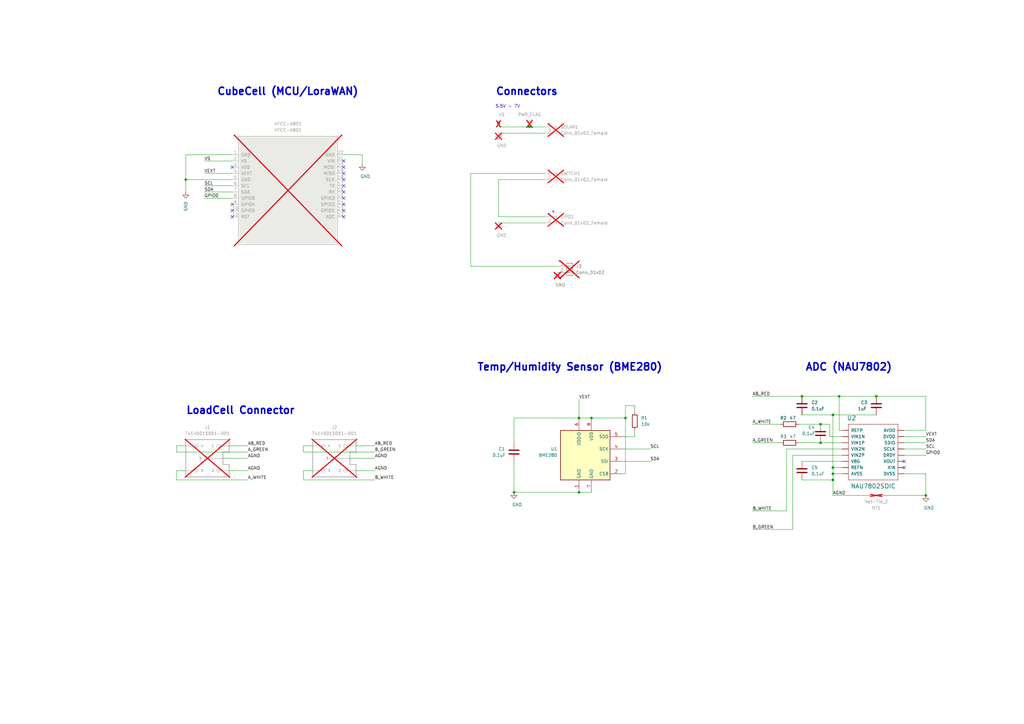
<source format=kicad_sch>
(kicad_sch (version 20231120) (generator "eeschema") (generator_version "8.0")
  (paper "A3")
  (title_block (title "mini-beieli-pcb-cubecell") (date "2024-07-19") (rev "6.1") (company "nbit Informatik GmbH"))
  (lib_symbols
    (symbol "Connector_Generic:Conn_01x02" (pin_names (offset 1.016) hide)
      (property "Reference" "J" (at 0 2.54 0))
      (property "Value" "Conn_01x02" (at 0 -5.08 0))
      (symbol "Conn_01x02_1_1"
        (rectangle (start -1.27 -2.413) (end 0 -2.667) (stroke (width 0.1524)))
        (rectangle (start -1.27 0.127) (end 0 -0.127) (stroke (width 0.1524)))
        (rectangle (start -1.27 1.27) (end 1.27 -3.81) (stroke (width 0.254)) (fill (type background)))
        (pin passive line (at -5.08 0 0) (length 3.81) (name "Pin_1") (number "1"))
        (pin passive line (at -5.08 -2.54 0) (length 3.81) (name "Pin_2") (number "2"))
      )
    )
    (symbol "Device:C" (pin_numbers hide) (pin_names (offset 0.254))
      (property "Reference" "C" (at 0.635 2.54 0))
      (property "Value" "C" (at 0.635 -2.54 0))
      (symbol "C_0_1"
        (polyline (pts (xy -2.032 -0.762) (xy 2.032 -0.762)) (stroke (width 0.508)))
        (polyline (pts (xy -2.032 0.762) (xy 2.032 0.762)) (stroke (width 0.508)))
      )
      (symbol "C_1_1"
        (pin passive line (at 0 3.81 270) (length 2.794) (name "~") (number "1"))
        (pin passive line (at 0 -3.81 90) (length 2.794) (name "~") (number "2"))
      )
    )
    (symbol "Device:R" (pin_numbers hide) (pin_names (offset 0))
      (property "Reference" "R" (at 2.032 0 90))
      (property "Value" "R" (at 0 0 90))
      (symbol "R_0_1"
        (rectangle (start -1.016 -2.54) (end 1.016 2.54) (stroke (width 0.254)))
      )
      (symbol "R_1_1"
        (pin passive line (at 0 3.81 270) (length 1.27) (name "~") (number "1"))
        (pin passive line (at 0 -3.81 90) (length 1.27) (name "~") (number "2"))
      )
    )
    (symbol "Sensor:BME280"
      (property "Reference" "U" (at -8.89 11.43 0))
      (property "Value" "BME280" (at 7.62 11.43 0))
      (symbol "BME280_0_1"
        (rectangle (start -10.16 10.16) (end 10.16 -10.16) (stroke (width 0.254)) (fill (type background)))
      )
      (symbol "BME280_1_1"
        (pin power_in line (at -2.54 -15.24 90) (length 5.08) (name "GND") (number "1"))
        (pin input line (at 15.24 -7.62 180) (length 5.08) (name "CSB") (number "2"))
        (pin bidirectional line (at 15.24 -2.54 180) (length 5.08) (name "SDI") (number "3"))
        (pin input line (at 15.24 2.54 180) (length 5.08) (name "SCK") (number "4"))
        (pin bidirectional line (at 15.24 7.62 180) (length 5.08) (name "SDO") (number "5"))
        (pin power_in line (at -2.54 15.24 270) (length 5.08) (name "VDDIO") (number "6"))
        (pin power_in line (at 2.54 -15.24 90) (length 5.08) (name "GND") (number "7"))
        (pin power_in line (at 2.54 15.24 270) (length 5.08) (name "VDD") (number "8"))
      )
    )
    (symbol "mini-beieli-pcb-cubecell-eagle-import:HTCC-AB01" (pin_names (offset 1.016))
      (property "Reference" "U?" (at 38.1 -2.54 0))
      (property "Value" "HTCC-AB01" (at 19.05 21.59 90))
      (symbol "HTCC-AB01_0_0"
        (pin input line (at -2.54 36.83 0) (length 2.54) (name "GND") (number "1"))
        (pin bidirectional line (at -2.54 13.97 0) (length 2.54) (name "GPIO5") (number "10"))
        (pin input line (at -2.54 11.43 0) (length 2.54) (name "RST") (number "11"))
        (pin input line (at 43.18 11.43 180) (length 2.54) (name "ADC") (number "12"))
        (pin bidirectional line (at 43.18 13.97 180) (length 2.54) (name "GPIO1") (number "13"))
        (pin bidirectional line (at 43.18 16.51 180) (length 2.54) (name "GPIO2") (number "14"))
        (pin bidirectional line (at 43.18 19.05 180) (length 2.54) (name "GPIO3") (number "15"))
        (pin input line (at 43.18 21.59 180) (length 2.54) (name "RX") (number "16"))
        (pin output line (at 43.18 24.13 180) (length 2.54) (name "TX") (number "17"))
        (pin bidirectional line (at 43.18 26.67 180) (length 2.54) (name "SCK") (number "18"))
        (pin bidirectional line (at 43.18 29.21 180) (length 2.54) (name "MISO") (number "19"))
        (pin input line (at -2.54 34.29 0) (length 2.54) (name "VS") (number "2"))
        (pin bidirectional line (at 43.18 31.75 180) (length 2.54) (name "MOSI") (number "20"))
        (pin input line (at 43.18 34.29 180) (length 2.54) (name "VIN") (number "21"))
        (pin input line (at 43.18 36.83 180) (length 2.54) (name "GND") (number "22"))
        (pin input line (at -2.54 31.75 0) (length 2.54) (name "VDD") (number "3"))
        (pin output line (at -2.54 29.21 0) (length 2.54) (name "VEXT") (number "4"))
        (pin output line (at -2.54 26.67 0) (length 2.54) (name "GND") (number "5"))
        (pin input line (at -2.54 24.13 0) (length 2.54) (name "SCL") (number "6"))
        (pin output line (at -2.54 21.59 0) (length 2.54) (name "SDA") (number "7"))
        (pin bidirectional line (at -2.54 19.05 0) (length 2.54) (name "GPIO0") (number "8"))
        (pin bidirectional line (at -2.54 16.51 0) (length 2.54) (name "GPIO4") (number "9"))
      )
      (symbol "HTCC-AB01_0_1"
        (rectangle (start 0 0) (end 40.64 44.45) (fill (type background)))
      )
    )
    (symbol "mini-beieli-pcb-cubecell-rescue:Conn_01x02_Female-Connector" (pin_names (offset 1.016) hide)
      (property "Reference" "J" (at 0 2.54 0))
      (property "Value" "Connector_Conn_01x02_Female" (at 0 -5.08 0))
      (symbol "Conn_01x02_Female-Connector_1_1"
        (arc (start 0 -2.032) (mid -0.508 -2.54) (end 0 -3.048) (stroke (width 0.1524)))
        (polyline (pts (xy -1.27 -2.54) (xy -0.508 -2.54)) (stroke (width 0.1524)))
        (polyline (pts (xy -1.27 0) (xy -0.508 0)) (stroke (width 0.1524)))
        (arc (start 0 0.508) (mid -0.508 0) (end 0 -0.508) (stroke (width 0.1524)))
        (pin passive line (at -5.08 0 0) (length 3.81) (name "Pin_1") (number "1"))
        (pin passive line (at -5.08 -2.54 0) (length 3.81) (name "Pin_2") (number "2"))
      )
    )
    (symbol "mini-beieli-pcb-cubecell-rescue:GND-power" (power) (pin_names (offset 0))
      (property "Value" "power_GND" (at 0 -3.81 0))
      (symbol "GND-power_0_1"
        (polyline (pts (xy 0 0) (xy 0 -1.27) (xy 1.27 -1.27) (xy 0 -2.54) (xy -1.27 -1.27) (xy 0 -1.27)))
      )
      (symbol "GND-power_1_1"
        (pin power_in line (at 0 0 270) (length 0) hide (name "GND") (number "1"))
      )
    )
    (symbol "mini-beieli-pcb-cubecell-rescue:NAU7802SOIC-Qwiic_Scale-eagle-import" (pin_names (offset 1.016))
      (property "Reference" "U" (at -10.16 10.922 0))
      (property "Value" "NAU7802SOIC-Qwiic_Scale-eagle-import" (at -10.16 -15.24 0))
      (symbol "NAU7802SOIC-Qwiic_Scale-eagle-import_1_0"
        (polyline (pts (xy -10.16 -12.7) (xy -10.16 10.16)))
        (polyline (pts (xy -10.16 10.16) (xy 10.16 10.16)))
        (polyline (pts (xy 10.16 -12.7) (xy -10.16 -12.7)))
        (polyline (pts (xy 10.16 10.16) (xy 10.16 -12.7)))
        (pin bidirectional line (at -12.7 7.62 0) (length 2.54) (name "REFP") (number "1"))
        (pin bidirectional line (at 12.7 -7.62 180) (length 2.54) (name "XIN") (number "10"))
        (pin bidirectional line (at 12.7 -5.08 180) (length 2.54) (name "XOUT") (number "11"))
        (pin bidirectional line (at 12.7 -2.54 180) (length 2.54) (name "DRDY") (number "12"))
        (pin bidirectional line (at 12.7 0 180) (length 2.54) (name "SCLK") (number "13"))
        (pin bidirectional line (at 12.7 2.54 180) (length 2.54) (name "SDIO") (number "14"))
        (pin bidirectional line (at 12.7 5.08 180) (length 2.54) (name "DVDD") (number "15"))
        (pin bidirectional line (at 12.7 7.62 180) (length 2.54) (name "AVDD") (number "16"))
        (pin bidirectional line (at -12.7 5.08 0) (length 2.54) (name "VIN1N") (number "2"))
        (pin bidirectional line (at -12.7 2.54 0) (length 2.54) (name "VIN1P") (number "3"))
        (pin bidirectional line (at -12.7 0 0) (length 2.54) (name "VIN2N") (number "4"))
        (pin bidirectional line (at -12.7 -2.54 0) (length 2.54) (name "VIN2P") (number "5"))
        (pin bidirectional line (at -12.7 -5.08 0) (length 2.54) (name "VBG") (number "6"))
        (pin bidirectional line (at -12.7 -7.62 0) (length 2.54) (name "REFN") (number "7"))
        (pin bidirectional line (at -12.7 -10.16 0) (length 2.54) (name "AVSS") (number "8"))
        (pin bidirectional line (at 12.7 -10.16 180) (length 2.54) (name "DVSS") (number "9"))
      )
    )
    (symbol "mini-beieli-pcb-cubecell-rescue:Net-Tie_2-Device" (pin_numbers hide) (pin_names (offset 0) hide)
      (property "Reference" "NT" (at 0 1.27 0))
      (property "Value" "Device_Net-Tie_2" (at 0 -1.27 0))
      (symbol "Net-Tie_2-Device_0_1"
        (polyline (pts (xy -1.27 0) (xy 1.27 0)) (stroke (width 0.254)))
      )
      (symbol "Net-Tie_2-Device_1_1"
        (pin passive line (at -2.54 0 0) (length 2.54) (name "1") (number "1"))
        (pin passive line (at 2.54 0 180) (length 2.54) (name "2") (number "2"))
      )
    )
    (symbol "mini-beieli-pcb-cubecell-rescue:PWR_FLAG-power" (power) (pin_numbers hide) (pin_names (offset 0) hide)
      (property "Value" "power_PWR_FLAG" (at 0 3.81 0))
      (symbol "PWR_FLAG-power_0_0"
        (pin power_out line (at 0 0 90) (length 0) (name "pwr") (number "1"))
      )
      (symbol "PWR_FLAG-power_0_1"
        (polyline (pts (xy 0 0) (xy 0 1.27) (xy -1.016 1.905) (xy 0 2.54) (xy 1.016 1.905) (xy 0 1.27)))
      )
    )
    (symbol "mini-beieli-pcb-cubecell-rescue:T4145015051-001-T4145015051-001" (pin_numbers hide) (pin_names (offset 1.016))
      (property "Reference" "J" (at -7.62 12.7 0))
      (property "Value" "T4145015051-001_T4145015051-001" (at -7.62 -12.7 0))
      (symbol "T4145015051-001-T4145015051-001_0_0"
        (polyline (pts (xy -7.62 -7.62) (xy 7.62 -7.62)) (stroke (width 0.254)))
        (polyline (pts (xy -7.62 10.16) (xy -7.62 -7.62)) (stroke (width 0.254)))
        (polyline (pts (xy -7.62 10.16) (xy -2.54 10.16)) (stroke (width 0.254)))
        (polyline (pts (xy -2.54 7.62) (xy 2.54 7.62)) (stroke (width 0.254)))
        (polyline (pts (xy -2.54 10.16) (xy -2.54 7.62)) (stroke (width 0.254)))
        (polyline (pts (xy 2.54 7.62) (xy 2.54 10.16)) (stroke (width 0.254)))
        (polyline (pts (xy 2.54 10.16) (xy 7.62 10.16)) (stroke (width 0.254)))
        (polyline (pts (xy 7.62 -7.62) (xy 7.62 10.16)) (stroke (width 0.254)))
        (pin bidirectional inverted (at -5.08 10.16 270) (length 5.08) (name "1") (number "P$1"))
        (pin bidirectional inverted (at 5.08 10.16 270) (length 5.08) (name "2") (number "P$2"))
        (pin bidirectional inverted (at 5.08 -7.62 90) (length 5.08) (name "3") (number "P$3"))
        (pin bidirectional inverted (at -5.08 -7.62 90) (length 5.08) (name "4") (number "P$4"))
        (pin bidirectional inverted (at 0 7.62 270) (length 7.62) (name "5") (number "P$5"))
      )
    )
    (symbol "mini-beieli-pcb-cubecell-rescue:VS-power" (power) (pin_names (offset 0))
      (property "Value" "power_VS" (at 0 3.81 0))
      (symbol "VS-power_0_1"
        (polyline (pts (xy 0 0) (xy 0 2.54)))
        (polyline (pts (xy 0.762 1.27) (xy -0.762 1.27) (xy 0 2.54) (xy 0.762 1.27)) (fill (type outline)))
      )
      (symbol "VS-power_1_1"
        (pin power_in line (at 0 0 90) (length 0) hide (name "VS") (number "1"))
      )
    )
  )
  (junction (at 328.93 162.56))
  (junction (at 341.63 194.31))
  (junction (at 341.63 196.85))
  (junction (at 76.2 73.66))
  (junction (at 256.54 171.45))
  (junction (at 344.17 162.56))
  (junction (at 341.63 170.18))
  (junction (at 242.57 171.45))
  (junction (at 336.55 173.99))
  (junction (at 237.49 171.45))
  (junction (at 237.49 201.93))
  (junction (at 359.41 162.56))
  (junction (at 379.73 203.2))
  (junction (at 341.63 191.77))
  (junction (at 217.17 52.07))
  (junction (at 336.55 181.61))
  (junction (at 210.82 201.93))
  (no_connect (at 95.25 88.9))
  (no_connect (at 140.97 88.9))
  (no_connect (at 140.97 83.82))
  (no_connect (at 95.25 86.36))
  (no_connect (at 140.97 86.36))
  (no_connect (at 140.97 81.28))
  (no_connect (at 140.97 78.74))
  (no_connect (at 140.97 73.66))
  (no_connect (at 95.25 83.82))
  (no_connect (at 140.97 66.04))
  (no_connect (at 140.97 76.2))
  (no_connect (at 95.25 68.58))
  (no_connect (at 140.97 68.58))
  (no_connect (at 370.84 189.23))
  (no_connect (at 370.84 191.77))
  (no_connect (at 140.97 71.12))
  (wire (pts (xy 204.47 91.44) (xy 223.52 91.44)))
  (wire (pts (xy 327.66 181.61) (xy 336.55 181.61)))
  (wire (pts (xy 193.04 71.12) (xy 223.52 71.12)))
  (wire (pts (xy 210.82 171.45) (xy 237.49 171.45)))
  (wire (pts (xy 370.84 179.07) (xy 379.73 179.07)))
  (wire (pts (xy 341.63 196.85) (xy 341.63 194.31)))
  (wire (pts (xy 210.82 181.61) (xy 210.82 171.45)))
  (wire (pts (xy 370.84 176.53) (xy 379.73 176.53)))
  (wire (pts (xy 370.84 194.31) (xy 379.73 194.31)))
  (wire (pts (xy 361.95 203.2) (xy 379.73 203.2)))
  (wire (pts (xy 379.73 194.31) (xy 379.73 203.2)))
  (wire (pts (xy 204.47 88.9) (xy 223.52 88.9)))
  (wire (pts (xy 345.44 176.53) (xy 344.17 176.53)))
  (wire (pts (xy 204.47 54.61) (xy 223.52 54.61)))
  (wire (pts (xy 242.57 171.45) (xy 256.54 171.45)))
  (wire (pts (xy 328.93 170.18) (xy 341.63 170.18)))
  (wire (pts (xy 148.59 63.5) (xy 148.59 67.31)))
  (wire (pts (xy 72.39 185.42) (xy 72.39 182.88)))
  (wire (pts (xy 204.47 52.07) (xy 217.17 52.07)))
  (wire (pts (xy 328.93 162.56) (xy 344.17 162.56)))
  (wire (pts (xy 341.63 191.77) (xy 341.63 194.31)))
  (wire (pts (xy 124.46 193.04) (xy 128.27 193.04)))
  (wire (pts (xy 153.67 196.85) (xy 124.46 196.85)))
  (wire (pts (xy 76.2 73.66) (xy 76.2 78.74)))
  (wire (pts (xy 379.73 176.53) (xy 379.73 162.56)))
  (wire (pts (xy 210.82 201.93) (xy 237.49 201.93)))
  (wire (pts (xy 256.54 166.37) (xy 256.54 171.45)))
  (wire (pts (xy 76.2 73.66) (xy 95.25 73.66)))
  (wire (pts (xy 255.27 189.23) (xy 266.7 189.23)))
  (wire (pts (xy 83.82 71.12) (xy 95.25 71.12)))
  (wire (pts (xy 260.35 166.37) (xy 260.35 168.91)))
  (wire (pts (xy 83.82 78.74) (xy 95.25 78.74)))
  (wire (pts (xy 237.49 171.45) (xy 242.57 171.45)))
  (wire (pts (xy 124.46 196.85) (xy 124.46 193.04)))
  (wire (pts (xy 344.17 162.56) (xy 359.41 162.56)))
  (wire (pts (xy 93.98 193.04) (xy 101.6 193.04)))
  (wire (pts (xy 146.05 182.88) (xy 153.67 182.88)))
  (wire (pts (xy 140.97 63.5) (xy 148.59 63.5)))
  (wire (pts (xy 83.82 76.2) (xy 95.25 76.2)))
  (wire (pts (xy 308.61 209.55) (xy 322.58 209.55)))
  (wire (pts (xy 72.39 193.04) (xy 76.2 193.04)))
  (wire (pts (xy 370.84 184.15) (xy 379.73 184.15)))
  (wire (pts (xy 328.93 189.23) (xy 345.44 189.23)))
  (wire (pts (xy 210.82 189.23) (xy 210.82 201.93)))
  (wire (pts (xy 72.39 196.85) (xy 72.39 193.04)))
  (wire (pts (xy 341.63 170.18) (xy 341.63 191.77)))
  (wire (pts (xy 336.55 181.61) (xy 345.44 181.61)))
  (wire (pts (xy 308.61 217.17) (xy 325.12 217.17)))
  (wire (pts (xy 217.17 52.07) (xy 223.52 52.07)))
  (wire (pts (xy 204.47 73.66) (xy 223.52 73.66)))
  (wire (pts (xy 228.6 109.22) (xy 193.04 109.22)))
  (wire (pts (xy 83.82 81.28) (xy 95.25 81.28)))
  (wire (pts (xy 237.49 201.93) (xy 242.57 201.93)))
  (wire (pts (xy 124.46 185.42) (xy 124.46 182.88)))
  (wire (pts (xy 325.12 186.69) (xy 345.44 186.69)))
  (wire (pts (xy 341.63 194.31) (xy 345.44 194.31)))
  (wire (pts (xy 256.54 171.45) (xy 256.54 194.31)))
  (wire (pts (xy 340.36 179.07) (xy 340.36 173.99)))
  (wire (pts (xy 327.66 173.99) (xy 336.55 173.99)))
  (wire (pts (xy 341.63 170.18) (xy 359.41 170.18)))
  (wire (pts (xy 341.63 203.2) (xy 356.87 203.2)))
  (wire (pts (xy 93.98 182.88) (xy 101.6 182.88)))
  (wire (pts (xy 193.04 109.22) (xy 193.04 71.12)))
  (wire (pts (xy 256.54 166.37) (xy 260.35 166.37)))
  (wire (pts (xy 146.05 193.04) (xy 153.67 193.04)))
  (wire (pts (xy 76.2 63.5) (xy 95.25 63.5)))
  (wire (pts (xy 255.27 179.07) (xy 260.35 179.07)))
  (wire (pts (xy 308.61 173.99) (xy 320.04 173.99)))
  (wire (pts (xy 341.63 196.85) (xy 341.63 203.2)))
  (wire (pts (xy 237.49 163.83) (xy 237.49 171.45)))
  (wire (pts (xy 143.51 187.96) (xy 153.67 187.96)))
  (wire (pts (xy 72.39 182.88) (xy 76.2 182.88)))
  (wire (pts (xy 260.35 179.07) (xy 260.35 176.53)))
  (wire (pts (xy 328.93 196.85) (xy 341.63 196.85)))
  (wire (pts (xy 345.44 179.07) (xy 340.36 179.07)))
  (wire (pts (xy 256.54 194.31) (xy 255.27 194.31)))
  (wire (pts (xy 76.2 63.5) (xy 76.2 73.66)))
  (wire (pts (xy 83.82 66.04) (xy 95.25 66.04)))
  (wire (pts (xy 91.44 187.96) (xy 101.6 187.96)))
  (wire (pts (xy 124.46 182.88) (xy 128.27 182.88)))
  (wire (pts (xy 101.6 196.85) (xy 72.39 196.85)))
  (wire (pts (xy 359.41 162.56) (xy 379.73 162.56)))
  (wire (pts (xy 255.27 184.15) (xy 266.7 184.15)))
  (wire (pts (xy 370.84 181.61) (xy 379.73 181.61)))
  (wire (pts (xy 340.36 173.99) (xy 336.55 173.99)))
  (wire (pts (xy 344.17 176.53) (xy 344.17 162.56)))
  (wire (pts (xy 370.84 186.69) (xy 379.73 186.69)))
  (wire (pts (xy 322.58 184.15) (xy 322.58 209.55)))
  (wire (pts (xy 101.6 185.42) (xy 72.39 185.42)))
  (wire (pts (xy 325.12 217.17) (xy 325.12 186.69)))
  (wire (pts (xy 153.67 185.42) (xy 124.46 185.42)))
  (wire (pts (xy 345.44 191.77) (xy 341.63 191.77)))
  (wire (pts (xy 345.44 184.15) (xy 322.58 184.15)))
  (wire (pts (xy 308.61 162.56) (xy 328.93 162.56)))
  (wire (pts (xy 308.61 181.61) (xy 320.04 181.61)))
  (wire (pts (xy 204.47 73.66) (xy 204.47 88.9)))
  (text "5.5V - 7V" (at 203.2 44.45 0) (effects (font (size 1.27 1.27)) (justify left bottom)))
  (text "+" (at 228.6 107.95 0) (effects (font (size 1.27 1.27)) (justify left bottom)))
  (text "CubeCell (MCU/LoraWAN)" (at 88.9 39.37 0) (effects (font (size 2.9972 2.9972) (thickness 0.5994) (bold yes)) (justify left bottom)))
  (text "ADC (NAU7802)" (at 330.2 152.4 0) (effects (font (size 2.9972 2.9972) (thickness 0.5994) (bold yes)) (justify left bottom)))
  (text "+" (at 226.06 87.63 0) (effects (font (size 1.27 1.27)) (justify left bottom)))
  (text "Temp/Humidity Sensor (BME280)" (at 195.58 152.4 0) (effects (font (size 2.9972 2.9972) (thickness 0.5994) (bold yes)) (justify left bottom)))
  (text "LoadCell Connector" (at 76.2 170.18 0) (effects (font (size 2.9972 2.9972) (thickness 0.5994) (bold yes)) (justify left bottom)))
  (text "Connectors" (at 203.2 39.37 0) (effects (font (size 2.9972 2.9972) (thickness 0.5994) (bold yes)) (justify left bottom)))
  (label "SDA" (at 379.73 181.61 0))
  (label "SCL" (at 266.7 184.15 0))
  (label "B_WHITE" (at 153.67 196.85 0))
  (label "AGND" (at 153.67 193.04 0))
  (label "AB_RED" (at 308.61 162.56 0))
  (label "VEXT" (at 379.73 179.07 0))
  (label "SDA" (at 266.7 189.23 0))
  (label "AGND" (at 101.6 187.96 0))
  (label "AGND" (at 341.63 203.2 0))
  (label "A_GREEN" (at 308.61 181.61 0))
  (label "VEXT" (at 237.49 163.83 0))
  (label "B_WHITE" (at 308.61 209.55 0))
  (label "AGND" (at 101.6 193.04 0))
  (label "VEXT" (at 83.82 71.12 0))
  (label "SDA" (at 83.82 78.74 0))
  (label "AB_RED" (at 101.6 182.88 0))
  (label "SCL" (at 379.73 184.15 0))
  (label "SCL" (at 83.82 76.2 0))
  (label "A_WHITE" (at 101.6 196.85 0))
  (label "AB_RED" (at 153.67 182.88 0))
  (label "GPIO0" (at 379.73 186.69 0))
  (label "B_GREEN" (at 308.61 217.17 0))
  (label "B_GREEN" (at 153.67 185.42 0))
  (label "GPIO0" (at 83.82 81.28 0))
  (label "A_WHITE" (at 308.61 173.99 0))
  (label "A_GREEN" (at 101.6 185.42 0))
  (label "VS" (at 83.82 66.04 0))
  (label "AGND" (at 153.67 187.96 0))
  (symbol (lib_id "Sensor:BME280") (at 240.03 186.69 0) (unit 1)
    (property "Reference" "U1" (at 228.6 184.15 0) (effects (justify right)))
    (property "Value" "BME280" (at 228.6 186.69 0) (effects (justify right)))
    (property "Footprint" "Package_LGA:Bosch_LGA-8_2.5x2.5mm_P0.65mm_ClockwisePinNumbering" (effects (hide yes)))
    (property "Datasheet" "https://ae-bst.resource.bosch.com/media/_tech/media/datasheets/BST-BME280-DS002.pdf" (effects (hide yes)))
  )
  (symbol (lib_id "mini-beieli-pcb-cubecell-rescue:NAU7802SOIC-Qwiic_Scale-eagle-import") (at 358.14 184.15 0) (unit 1)
    (property "Reference" "U2" (at 349.25 171.45 0) (effects (font (size 1.778 1.778))))
    (property "Value" "NAU7802SOIC" (at 358.14 199.39 0) (effects (font (size 1.778 1.778))))
    (property "Footprint" "nau7802:SOIC127P700X210-16N" (effects (hide yes)))
  )
  (symbol (lib_id "mini-beieli-pcb-cubecell-rescue:GND-power") (at 76.2 78.74 0) (unit 1)
    (property "Reference" "#PWR0105" (effects (hide yes)))
    (property "Value" "GND" (at 76.2 82.55 90) (effects (justify right)))
  )
  (symbol (lib_id "Device:R") (at 260.35 172.72 0) (unit 1)
    (property "Reference" "R1" (at 262.89 171.45 0) (effects (justify left)))
    (property "Value" "10k" (at 262.89 173.99 0) (effects (justify left)))
    (property "Footprint" "Resistor_SMD:R_0603_1608Metric" (effects (hide yes)))
  )
  (symbol (lib_id "mini-beieli-pcb-cubecell-eagle-import:HTCC-AB01") (at 97.79 100.33 0) (unit 1) (in_bom no) (dnp yes)
    (property "Reference" "HTCC-AB01" (at 118.11 50.8 0))
    (property "Value" "HTCC-AB01" (at 118.11 53.34 0))
    (property "Footprint" "HTCC-AB01:HTCC-AB01" (effects (hide yes)))
  )
  (symbol (lib_id "Device:C") (at 328.93 193.04 0) (unit 1)
    (property "Reference" "C5" (at 332.74 191.77 0) (effects (justify left)))
    (property "Value" "0.1uF" (at 332.74 194.31 0) (effects (justify left)))
    (property "Footprint" "Capacitor_SMD:C_0603_1608Metric" (effects (hide yes)))
  )
  (symbol (lib_id "Device:C") (at 336.55 177.8 0) (unit 1)
    (property "Reference" "C4" (at 331.47 175.26 0) (effects (justify left)))
    (property "Value" "0.1uF" (at 328.93 177.8 0) (effects (justify left)))
    (property "Footprint" "Capacitor_SMD:C_0603_1608Metric" (effects (hide yes)))
  )
  (symbol (lib_id "Device:C") (at 359.41 166.37 0) (unit 1)
    (property "Reference" "C3" (at 353.06 165.1 0) (effects (justify left)))
    (property "Value" "1uF" (at 351.79 167.64 0) (effects (justify left)))
    (property "Footprint" "Capacitor_SMD:C_0603_1608Metric" (effects (hide yes)))
  )
  (symbol (lib_id "Device:C") (at 328.93 166.37 0) (unit 1)
    (property "Reference" "C2" (at 332.74 165.1 0) (effects (justify left)))
    (property "Value" "0.1uF" (at 332.74 167.64 0) (effects (justify left)))
    (property "Footprint" "Capacitor_SMD:C_0603_1608Metric" (effects (hide yes)))
  )
  (symbol (lib_id "Device:R") (at 323.85 173.99 270) (unit 1)
    (property "Reference" "R2" (at 321.31 171.45 90))
    (property "Value" "47" (at 325.12 171.45 90))
    (property "Footprint" "Resistor_SMD:R_0603_1608Metric" (effects (hide yes)))
  )
  (symbol (lib_id "Device:R") (at 323.85 181.61 270) (unit 1)
    (property "Reference" "R3" (at 321.31 179.07 90))
    (property "Value" "47" (at 325.12 179.07 90))
    (property "Footprint" "Resistor_SMD:R_0603_1608Metric" (effects (hide yes)))
  )
  (symbol (lib_id "mini-beieli-pcb-cubecell-rescue:GND-power") (at 148.59 67.31 0) (unit 1)
    (property "Reference" "#PWR0101" (effects (hide yes)))
    (property "Value" "GND" (at 149.86 72.39 0))
  )
  (symbol (lib_id "mini-beieli-pcb-cubecell-rescue:Conn_01x02_Female-Connector") (at 228.6 52.07 0) (unit 1) (in_bom no) (dnp yes)
    (property "Reference" "SOLAR1" (at 229.87 52.07 0) (effects (justify left)))
    (property "Value" "Conn_01x02_Female" (at 229.87 54.61 0) (effects (justify left)))
    (property "Footprint" "Connector_JST:JST_PH_B2B-PH-K_1x02_P2.00mm_Vertical" (effects (hide yes)))
  )
  (symbol (lib_id "mini-beieli-pcb-cubecell-rescue:GND-power") (at 204.47 54.61 0) (unit 1) (in_bom no) (dnp yes)
    (property "Reference" "#PWR0123" (effects (hide yes)))
    (property "Value" "GND" (at 205.74 59.69 0))
  )
  (symbol (lib_id "Device:C") (at 210.82 185.42 0) (unit 1)
    (property "Reference" "C1" (at 204.47 184.15 0) (effects (justify left)))
    (property "Value" "0.1uF" (at 201.93 186.69 0) (effects (justify left)))
    (property "Footprint" "Capacitor_SMD:C_0603_1608Metric" (effects (hide yes)))
  )
  (symbol (lib_id "mini-beieli-pcb-cubecell-rescue:PWR_FLAG-power") (at 217.17 52.07 0) (unit 1) (in_bom no) (dnp yes)
    (property "Reference" "#FLG0101" (effects (hide yes)))
    (property "Value" "PWR_FLAG" (at 217.17 46.99 0))
  )
  (symbol (lib_id "mini-beieli-pcb-cubecell-rescue:Conn_01x02_Female-Connector") (at 228.6 71.12 0) (unit 1) (in_bom no) (dnp yes)
    (property "Reference" "SWITCH1" (at 229.87 71.12 0) (effects (justify left)))
    (property "Value" "Conn_01x02_Female" (at 229.87 73.66 0) (effects (justify left)))
    (property "Footprint" "Connector_JST:JST_PH_B2B-PH-K_1x02_P2.00mm_Vertical" (effects (hide yes)))
  )
  (symbol (lib_id "mini-beieli-pcb-cubecell-rescue:Conn_01x02_Female-Connector") (at 228.6 88.9 0) (unit 1) (in_bom no) (dnp yes)
    (property "Reference" "LIPO1" (at 229.87 88.9 0) (effects (justify left)))
    (property "Value" "Conn_01x02_Female" (at 229.87 91.44 0) (effects (justify left)))
    (property "Footprint" "Connector_JST:JST_PH_B2B-PH-K_1x02_P2.00mm_Vertical" (effects (hide yes)))
  )
  (symbol (lib_id "Connector_Generic:Conn_01x02") (at 233.68 109.22 0) (unit 1) (in_bom no) (dnp yes)
    (property "Reference" "J3" (at 236.22 109.22 0) (effects (justify left)))
    (property "Value" "Conn_01x02" (at 236.22 111.76 0) (effects (justify left)))
    (property "Footprint" "Connector_Wire:SolderWire-0.1sqmm_1x02_P3.6mm_D0.4mm_OD1mm" (effects (hide yes)))
  )
  (symbol (lib_id "mini-beieli-pcb-cubecell-rescue:GND-power") (at 204.47 91.44 0) (unit 1) (in_bom no) (dnp yes)
    (property "Reference" "#PWR0102" (effects (hide yes)))
    (property "Value" "GND" (at 205.74 96.52 0))
  )
  (symbol (lib_id "mini-beieli-pcb-cubecell-rescue:GND-power") (at 228.6 111.76 0) (unit 1) (in_bom no) (dnp yes)
    (property "Reference" "#PWR0103" (effects (hide yes)))
    (property "Value" "GND" (at 229.87 116.84 0))
  )
  (symbol (lib_id "mini-beieli-pcb-cubecell-rescue:T4145015051-001-T4145015051-001") (at 83.82 187.96 270) (unit 1) (in_bom no) (dnp yes)
    (property "Reference" "J1" (at 85.09 175.26 90))
    (property "Value" "T4145015051-001" (at 85.09 177.8 90))
    (property "Footprint" "T4145015051-001:T4145015051-001" (effects (hide yes)))
    (property "Datasheet" "Circular Metric Connectors; M12 R/A F PNLREAR STAMPED PIN A-CODE 5P" (effects (hide yes)))
    (property "Field4" "https://www.te.com/usa-en/product-T4145015051-001.html?te_bu=Cor&te_type=disp&te_campaign=seda_glo_cor-seda-global-disp-prtnr-fy19-seda-model-bom-cta_sma-317_1&elqCampaignId=32493" (effects (hide yes)))
    (property "Field5" "TE Connectivity" (effects (hide yes)))
    (property "Field6" "Unavailable" (effects (hide yes)))
    (property "Field7" "None" (effects (hide yes)))
    (property "Field8" "T4145015051-001" (effects (hide yes)))
    (property "Field9" "T4145015051-001" (effects (hide yes)))
    (property "Field10" "None" (effects (hide yes)))
  )
  (symbol (lib_id "mini-beieli-pcb-cubecell-rescue:T4145015051-001-T4145015051-001") (at 135.89 187.96 270) (unit 1) (in_bom no) (dnp yes)
    (property "Reference" "J2" (at 137.16 175.26 90))
    (property "Value" "T4145015051-001" (at 137.16 177.8 90))
    (property "Footprint" "T4145015051-001:T4145015051-001" (effects (hide yes)))
    (property "Datasheet" "Circular Metric Connectors; M12 R/A F PNLREAR STAMPED PIN A-CODE 5P" (effects (hide yes)))
    (property "Field4" "https://www.te.com/usa-en/product-T4145015051-001.html?te_bu=Cor&te_type=disp&te_campaign=seda_glo_cor-seda-global-disp-prtnr-fy19-seda-model-bom-cta_sma-317_1&elqCampaignId=32493" (effects (hide yes)))
    (property "Field5" "TE Connectivity" (effects (hide yes)))
    (property "Field6" "Unavailable" (effects (hide yes)))
    (property "Field7" "None" (effects (hide yes)))
    (property "Field8" "T4145015051-001" (effects (hide yes)))
    (property "Field9" "T4145015051-001" (effects (hide yes)))
    (property "Field10" "None" (effects (hide yes)))
  )
  (symbol (lib_id "mini-beieli-pcb-cubecell-rescue:Net-Tie_2-Device") (at 359.41 203.2 0) (unit 1) (in_bom no) (dnp yes)
    (property "Reference" "NT1" (at 359.41 208.28 0))
    (property "Value" "Net-Tie_2" (at 359.41 205.74 0))
    (property "Footprint" "NetTie:NetTie-2_THT_Pad1.0mm" (effects (hide yes)))
  )
  (symbol (lib_id "mini-beieli-pcb-cubecell-rescue:VS-power") (at 204.47 52.07 0) (unit 1) (in_bom no) (dnp yes)
    (property "Reference" "#PWR0107" (effects (hide yes)))
    (property "Value" "VS" (at 205.74 46.99 0))
  )
  (symbol (lib_id "mini-beieli-pcb-cubecell-rescue:GND-power") (at 379.73 203.2 0) (unit 1)
    (property "Reference" "#PWR0106" (effects (hide yes)))
    (property "Value" "GND" (at 381 208.28 0))
  )
  (symbol (lib_id "mini-beieli-pcb-cubecell-rescue:GND-power") (at 210.82 201.93 0) (unit 1)
    (property "Reference" "#PWR0111" (effects (hide yes)))
    (property "Value" "GND" (at 212.09 207.01 0))
  )
)
</source>
